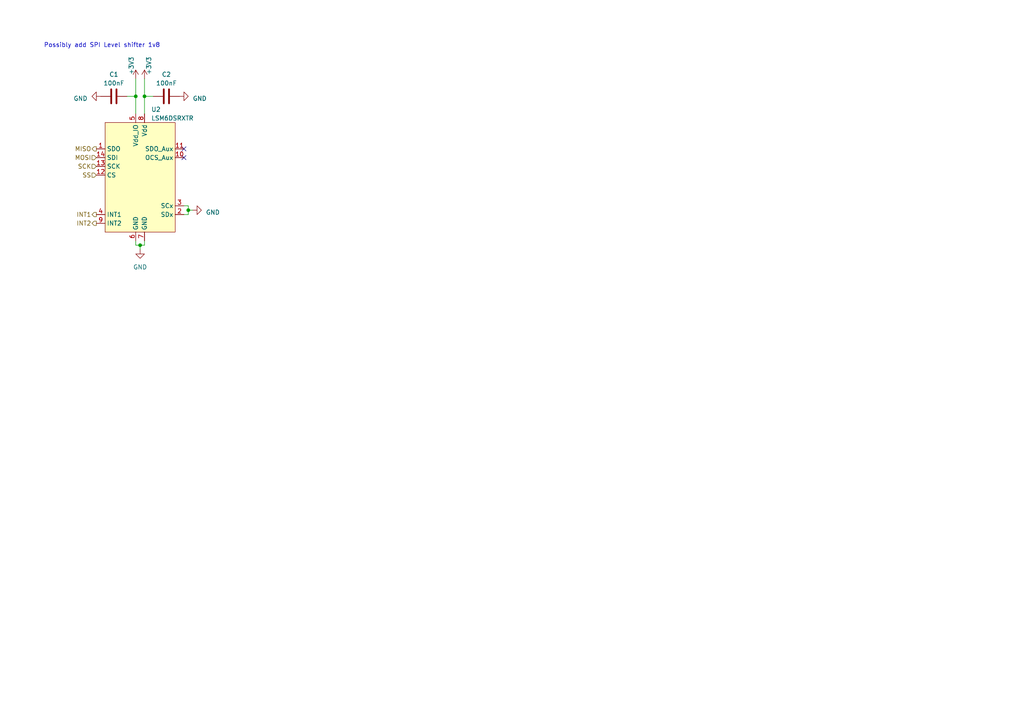
<source format=kicad_sch>
(kicad_sch (version 20221206) (generator eeschema)
  (paper "A4")
  (title_block (date "2022-11-20") (rev "v1.0"))
  (lib_symbols
    (symbol "Device:C" (pin_numbers hide) (pin_names (offset 0.254))
      (property "Reference" "C" (at 0.635 2.54 0))
      (property "Value" "C" (at 0.635 -2.54 0))
      (symbol "C_0_1"
        (polyline (pts (xy -2.032 -0.762) (xy 2.032 -0.762)) (stroke (width 0.508)))
        (polyline (pts (xy -2.032 0.762) (xy 2.032 0.762)) (stroke (width 0.508)))
      )
      (symbol "C_1_1"
        (pin passive line (at 0 3.81 270) (length 2.794) (name "~") (number "1"))
        (pin passive line (at 0 -3.81 90) (length 2.794) (name "~") (number "2"))
      )
    )
    (symbol "Sensor_Motion:LSM6DSRXTR"
      (property "Reference" "U" (at 0 0 0))
      (property "Value" "LSM6DSRXTR" (at 0 0 0))
      (symbol "LSM6DSRXTR_0_1"
        (rectangle (start -10.16 15.24) (end 10.16 -16.51) (fill (type background)))
      )
      (symbol "LSM6DSRXTR_1_1"
        (pin output line (at -12.7 7.62 0) (length 2.54) (name "SDO") (number "1"))
        (pin input line (at 12.7 5.08 180) (length 2.54) (name "OCS_Aux") (number "10"))
        (pin unspecified line (at 12.7 7.62 180) (length 2.54) (name "SDO_Aux") (number "11"))
        (pin input line (at -12.7 0 0) (length 2.54) (name "CS") (number "12"))
        (pin input line (at -12.7 2.54 0) (length 2.54) (name "SCK") (number "13"))
        (pin input line (at -12.7 5.08 0) (length 2.54) (name "SDI") (number "14"))
        (pin input line (at 12.7 -11.43 180) (length 2.54) (name "SDx") (number "2"))
        (pin input line (at 12.7 -8.89 180) (length 2.54) (name "SCx") (number "3"))
        (pin output line (at -12.7 -11.43 0) (length 2.54) (name "INT1") (number "4"))
        (pin power_in line (at -1.27 17.78 270) (length 2.54) (name "Vdd_IO") (number "5"))
        (pin power_in line (at -1.27 -19.05 90) (length 2.54) (name "GND") (number "6"))
        (pin power_in line (at 1.27 -19.05 90) (length 2.54) (name "GND") (number "7"))
        (pin power_in line (at 1.27 17.78 270) (length 2.54) (name "Vdd") (number "8"))
        (pin output line (at -12.7 -13.97 0) (length 2.54) (name "INT2") (number "9"))
      )
    )
    (symbol "power:+3V3" (power) (pin_names (offset 0))
      (property "Value" "+3V3" (at 0 3.556 0))
      (symbol "+3V3_0_1"
        (polyline (pts (xy -0.762 1.27) (xy 0 2.54)))
        (polyline (pts (xy 0 0) (xy 0 2.54)))
        (polyline (pts (xy 0 2.54) (xy 0.762 1.27)))
      )
      (symbol "+3V3_1_1"
        (pin power_in line (at 0 0 90) (length 0) hide (name "+3V3") (number "1"))
      )
    )
    (symbol "power:GND" (power) (pin_names (offset 0))
      (property "Value" "GND" (at 0 -3.81 0))
      (symbol "GND_0_1"
        (polyline (pts (xy 0 0) (xy 0 -1.27) (xy 1.27 -1.27) (xy 0 -2.54) (xy -1.27 -1.27) (xy 0 -1.27)))
      )
      (symbol "GND_1_1"
        (pin power_in line (at 0 0 270) (length 0) hide (name "GND") (number "1"))
      )
    )
  )
  (junction (at 54.61 60.96))
  (junction (at 41.91 27.94))
  (junction (at 40.64 71.12))
  (junction (at 39.37 27.94))
  (no_connect (at 53.34 45.72))
  (no_connect (at 53.34 43.18))
  (wire (pts (xy 36.83 27.94) (xy 39.37 27.94)))
  (wire (pts (xy 54.61 59.69) (xy 54.61 60.96)))
  (wire (pts (xy 39.37 22.86) (xy 39.37 27.94)))
  (wire (pts (xy 41.91 71.12) (xy 41.91 69.85)))
  (wire (pts (xy 53.34 62.23) (xy 54.61 62.23)))
  (wire (pts (xy 40.64 71.12) (xy 41.91 71.12)))
  (wire (pts (xy 53.34 59.69) (xy 54.61 59.69)))
  (wire (pts (xy 41.91 27.94) (xy 41.91 33.02)))
  (wire (pts (xy 39.37 71.12) (xy 40.64 71.12)))
  (wire (pts (xy 39.37 69.85) (xy 39.37 71.12)))
  (wire (pts (xy 44.45 27.94) (xy 41.91 27.94)))
  (wire (pts (xy 41.91 22.86) (xy 41.91 27.94)))
  (wire (pts (xy 40.64 71.12) (xy 40.64 72.39)))
  (wire (pts (xy 54.61 62.23) (xy 54.61 60.96)))
  (wire (pts (xy 54.61 60.96) (xy 55.88 60.96)))
  (wire (pts (xy 39.37 33.02) (xy 39.37 27.94)))
  (text "Possibly add SPI Level shifter 1v8" (at 12.7 13.97 0) (effects (font (size 1.27 1.27)) (justify left bottom)))
  (hierarchical_label "INT2" (shape output) (at 27.94 64.77 180))
  (hierarchical_label "MISO" (shape output) (at 27.94 43.18 180))
  (hierarchical_label "SS" (shape input) (at 27.94 50.8 180))
  (hierarchical_label "MOSI" (shape input) (at 27.94 45.72 180))
  (hierarchical_label "INT1" (shape output) (at 27.94 62.23 180))
  (hierarchical_label "SCK" (shape input) (at 27.94 48.26 180))
  (symbol (lib_id "power:+3V3") (at 39.37 22.86 0) (unit 1)
    (property "Reference" "#PWR0123" (effects hide))
    (property "Value" "+3V3" (at 38.1 19.05 90))
  )
  (symbol (lib_id "power:GND") (at 55.88 60.96 90) (unit 1)
    (property "Reference" "#PWR0121" (effects hide))
    (property "Value" "GND" (at 59.69 61.595 90) (effects (justify right)))
  )
  (symbol (lib_id "Sensor_Motion:LSM6DSRXTR") (at 40.64 50.8 0) (unit 1)
    (property "Reference" "U2" (at 43.8659 31.75 0) (effects (justify left)))
    (property "Value" "LSM6DSRXTR" (at 43.8659 34.29 0) (effects (justify left)))
    (property "Footprint" "Package_LGA:LGA-14_3x2.5mm_P0.5mm_LayoutBorder3x4y" (effects hide))
    (property "Datasheet" "https://eu.mouser.com/datasheet/2/389/dm00618475-1799567.pdf" (effects hide))
  )
  (symbol (lib_id "power:GND") (at 29.21 27.94 270) (unit 1)
    (property "Reference" "#PWR0122" (effects hide))
    (property "Value" "GND" (at 25.4 28.575 90) (effects (justify right)))
  )
  (symbol (lib_id "power:+3V3") (at 41.91 22.86 0) (unit 1)
    (property "Reference" "#PWR0124" (effects hide))
    (property "Value" "+3V3" (at 43.18 19.05 90))
  )
  (symbol (lib_id "Device:C") (at 48.26 27.94 90) (unit 1)
    (property "Reference" "C2" (at 48.26 21.59 90))
    (property "Value" "100nF" (at 48.26 24.13 90))
    (property "Footprint" "Capacitor_SMD:C_0805_2012Metric_Pad1.18x1.45mm_HandSolder" (effects hide))
  )
  (symbol (lib_id "Device:C") (at 33.02 27.94 90) (unit 1)
    (property "Reference" "C1" (at 33.02 21.59 90))
    (property "Value" "100nF" (at 33.02 24.13 90))
    (property "Footprint" "Capacitor_SMD:C_0805_2012Metric_Pad1.18x1.45mm_HandSolder" (effects hide))
  )
  (symbol (lib_id "power:GND") (at 40.64 72.39 0) (unit 1)
    (property "Reference" "#PWR0125" (effects hide))
    (property "Value" "GND" (at 40.64 77.47 0))
  )
  (symbol (lib_id "power:GND") (at 52.07 27.94 90) (unit 1)
    (property "Reference" "#PWR0120" (effects hide))
    (property "Value" "GND" (at 55.88 28.575 90) (effects (justify right)))
  )
)
</source>
